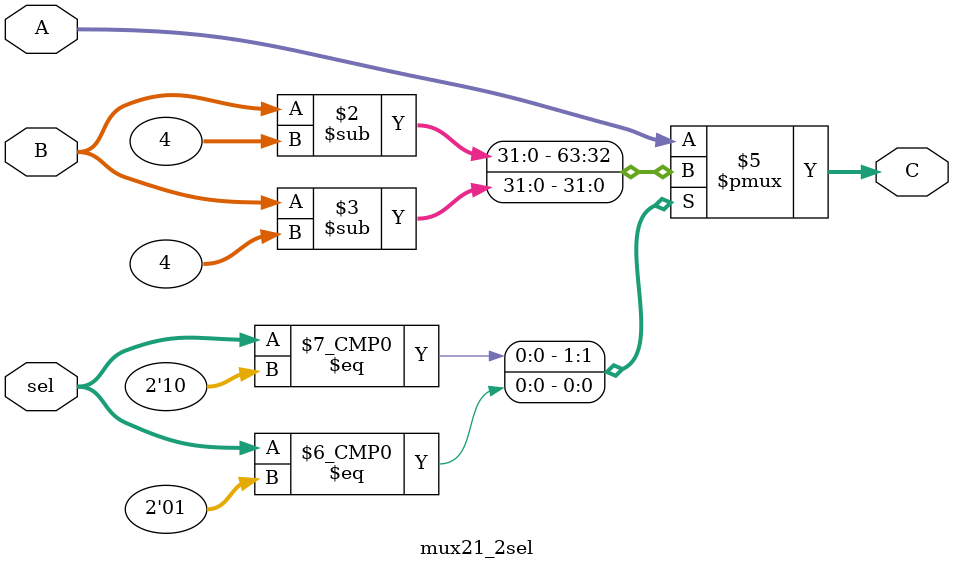
<source format=v>
module mux21_2sel(C, sel, A, B);
	input [1:0]sel;
	input [31:0] A, B;
	output reg[31:0] C;
	always @(*)
	begin
	case(sel)
	2'b00: C <= A;
	2'b10: C <= B-4;
	2'b01: C <= B-4;
	default: C <= A;
	endcase
	end


endmodule

</source>
